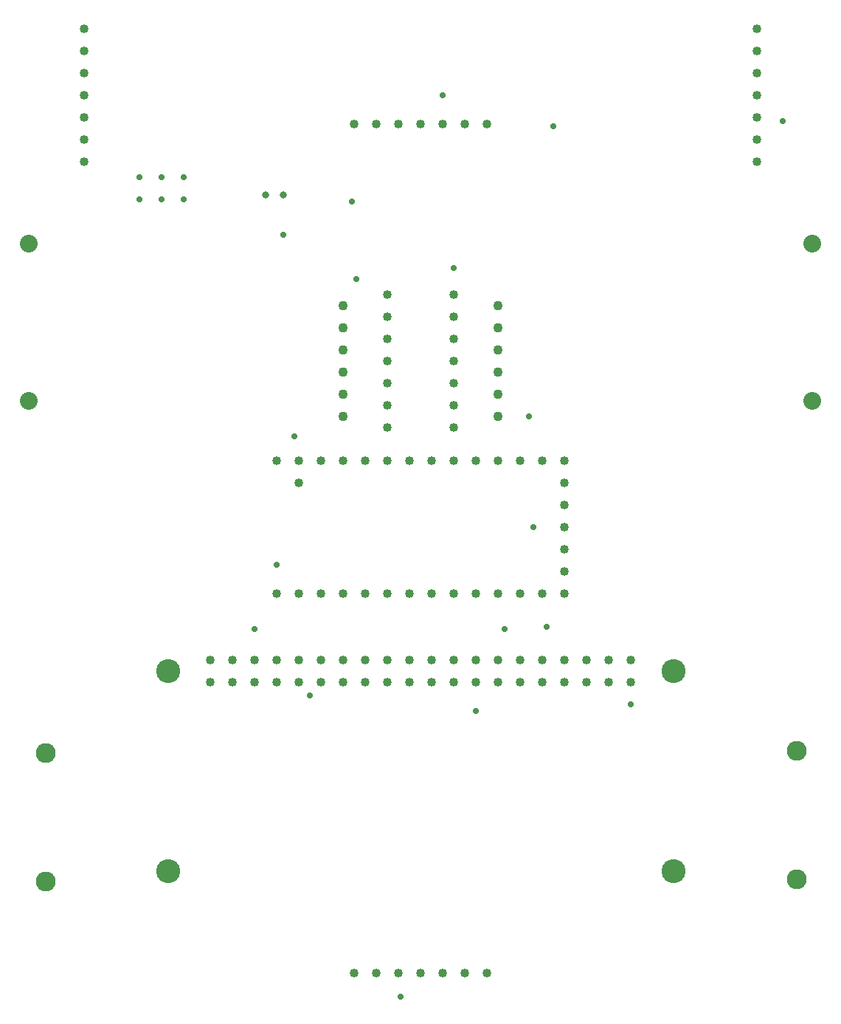
<source format=gbr>
%TF.GenerationSoftware,Altium Limited,Altium Designer,23.2.1 (34)*%
G04 Layer_Color=0*
%FSLAX26Y26*%
%MOIN*%
%TF.SameCoordinates,C295F6C5-B72E-4061-B5E5-0E097F681155*%
%TF.FilePolarity,Positive*%
%TF.FileFunction,Plated,1,2,PTH,Drill*%
%TF.Part,Single*%
G01*
G75*
%TA.AperFunction,ComponentDrill*%
%ADD42C,0.040000*%
%ADD43C,0.031496*%
%ADD44C,0.108268*%
%ADD45C,0.080000*%
%ADD46C,0.040000*%
%ADD47C,0.090000*%
%ADD48C,0.043307*%
%TA.AperFunction,ViaDrill,NotFilled*%
%ADD49C,0.028000*%
D42*
X1520000Y4150000D02*
D03*
Y4250000D02*
D03*
Y4350000D02*
D03*
Y4450000D02*
D03*
Y4550000D02*
D03*
Y4650000D02*
D03*
Y4750000D02*
D03*
X-550000Y2700000D02*
D03*
X550000Y2200000D02*
D03*
X650000D02*
D03*
X350000D02*
D03*
X450000D02*
D03*
X150000D02*
D03*
X250000D02*
D03*
X-50000D02*
D03*
X50000D02*
D03*
X-250000D02*
D03*
X-150000D02*
D03*
X-450000D02*
D03*
X-350000D02*
D03*
X-650000D02*
D03*
X-550000D02*
D03*
X550000Y2800000D02*
D03*
X650000D02*
D03*
X350000D02*
D03*
X450000D02*
D03*
X150000D02*
D03*
X250000D02*
D03*
X-50000D02*
D03*
X50000D02*
D03*
X-250000D02*
D03*
X-150000D02*
D03*
X-450000D02*
D03*
X-350000D02*
D03*
X-650000D02*
D03*
X-550000D02*
D03*
X650000Y2300000D02*
D03*
Y2400000D02*
D03*
Y2500000D02*
D03*
Y2600000D02*
D03*
Y2700000D02*
D03*
X950000Y1800000D02*
D03*
Y1900000D02*
D03*
X850000Y1800000D02*
D03*
Y1900000D02*
D03*
X750000Y1800000D02*
D03*
Y1900000D02*
D03*
X650000Y1800000D02*
D03*
Y1900000D02*
D03*
X550000Y1800000D02*
D03*
Y1900000D02*
D03*
X450000Y1800000D02*
D03*
Y1900000D02*
D03*
X350000Y1800000D02*
D03*
Y1900000D02*
D03*
X250000Y1800000D02*
D03*
Y1900000D02*
D03*
X150000Y1800000D02*
D03*
Y1900000D02*
D03*
X50000Y1800000D02*
D03*
Y1900000D02*
D03*
X-50000Y1800000D02*
D03*
Y1900000D02*
D03*
X-150000Y1800000D02*
D03*
Y1900000D02*
D03*
X-250000Y1800000D02*
D03*
Y1900000D02*
D03*
X-350000Y1800000D02*
D03*
Y1900000D02*
D03*
X-450000Y1800000D02*
D03*
Y1900000D02*
D03*
X-550000Y1800000D02*
D03*
Y1900000D02*
D03*
X-650000Y1800000D02*
D03*
Y1900000D02*
D03*
X-750000Y1800000D02*
D03*
Y1900000D02*
D03*
X-850000Y1800000D02*
D03*
Y1900000D02*
D03*
X-950000Y1800000D02*
D03*
Y1900000D02*
D03*
X-1520000Y4750000D02*
D03*
Y4650000D02*
D03*
Y4550000D02*
D03*
Y4450000D02*
D03*
Y4350000D02*
D03*
Y4250000D02*
D03*
Y4150000D02*
D03*
D43*
X-699016Y4000000D02*
D03*
X-620000D02*
D03*
D44*
X1141535Y944291D02*
D03*
X-1141929D02*
D03*
X1141535Y1849803D02*
D03*
X-1141929D02*
D03*
D45*
X1770000Y3070000D02*
D03*
Y3780000D02*
D03*
X-1770000Y3070000D02*
D03*
Y3780000D02*
D03*
D46*
X-150000Y3550000D02*
D03*
X150000D02*
D03*
X-150000Y3450000D02*
D03*
X150000D02*
D03*
X-150000Y3350000D02*
D03*
X150000D02*
D03*
X-150000Y3250000D02*
D03*
X150000D02*
D03*
X-150000Y3150000D02*
D03*
X150000D02*
D03*
X-150000Y3050000D02*
D03*
X150000D02*
D03*
X-150000Y2950000D02*
D03*
X150000D02*
D03*
X-300000Y485000D02*
D03*
X-200000D02*
D03*
X-100000D02*
D03*
X0D02*
D03*
X100000D02*
D03*
X200000D02*
D03*
X300000D02*
D03*
Y4320000D02*
D03*
X200000D02*
D03*
X100000D02*
D03*
X0D02*
D03*
X-100000D02*
D03*
X-200000D02*
D03*
X-300000D02*
D03*
D47*
X1700000Y1490000D02*
D03*
Y910000D02*
D03*
X-1695000Y1480000D02*
D03*
Y900000D02*
D03*
D48*
X-350000Y3000000D02*
D03*
Y3100000D02*
D03*
Y3300000D02*
D03*
Y3500000D02*
D03*
Y3400000D02*
D03*
Y3200000D02*
D03*
X350000Y3500000D02*
D03*
Y3400000D02*
D03*
Y3200000D02*
D03*
Y3000000D02*
D03*
Y3100000D02*
D03*
Y3300000D02*
D03*
D49*
X149948Y3669948D02*
D03*
X-500000Y1740000D02*
D03*
X-90000Y380000D02*
D03*
X950000Y1700000D02*
D03*
X-310000Y3970000D02*
D03*
X-1270000Y3980000D02*
D03*
X570000Y2050000D02*
D03*
X-750000Y2040000D02*
D03*
X-650000Y2330000D02*
D03*
X-620000Y3820000D02*
D03*
X-570000Y2910000D02*
D03*
X600000Y4310000D02*
D03*
X1636010Y4332688D02*
D03*
X-1270000Y4080000D02*
D03*
X-1170000Y3980000D02*
D03*
X100000Y4450000D02*
D03*
X380000Y2040000D02*
D03*
X250000Y1670000D02*
D03*
X510000Y2500000D02*
D03*
X490000Y3000000D02*
D03*
X-290000Y3620000D02*
D03*
X-1070000Y3980000D02*
D03*
Y4080000D02*
D03*
X-1170000D02*
D03*
%TF.MD5,c3327a6c3cd05773e0baaef356f0ca97*%
M02*

</source>
